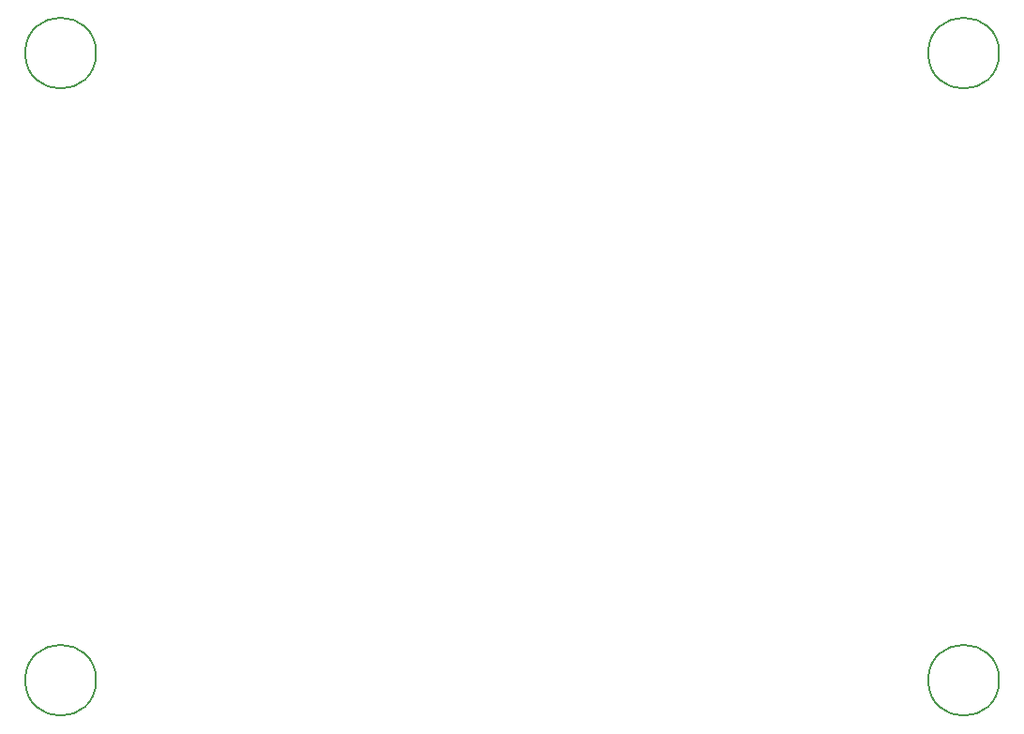
<source format=gbr>
%TF.GenerationSoftware,KiCad,Pcbnew,(7.0.0)*%
%TF.CreationDate,2023-04-01T02:11:53+13:00*%
%TF.ProjectId,pico_expansion_board,7069636f-5f65-4787-9061-6e73696f6e5f,rev?*%
%TF.SameCoordinates,Original*%
%TF.FileFunction,Other,Comment*%
%FSLAX46Y46*%
G04 Gerber Fmt 4.6, Leading zero omitted, Abs format (unit mm)*
G04 Created by KiCad (PCBNEW (7.0.0)) date 2023-04-01 02:11:53*
%MOMM*%
%LPD*%
G01*
G04 APERTURE LIST*
%ADD10C,0.150000*%
G04 APERTURE END LIST*
D10*
%TO.C,H4*%
X159918000Y-135890000D02*
G75*
G03*
X159918000Y-135890000I-3200000J0D01*
G01*
%TO.C,H2*%
X78384000Y-79248000D02*
G75*
G03*
X78384000Y-79248000I-3200000J0D01*
G01*
%TO.C,H3*%
X159918000Y-79248000D02*
G75*
G03*
X159918000Y-79248000I-3200000J0D01*
G01*
%TO.C,H1*%
X78384000Y-135890000D02*
G75*
G03*
X78384000Y-135890000I-3200000J0D01*
G01*
%TD*%
M02*

</source>
